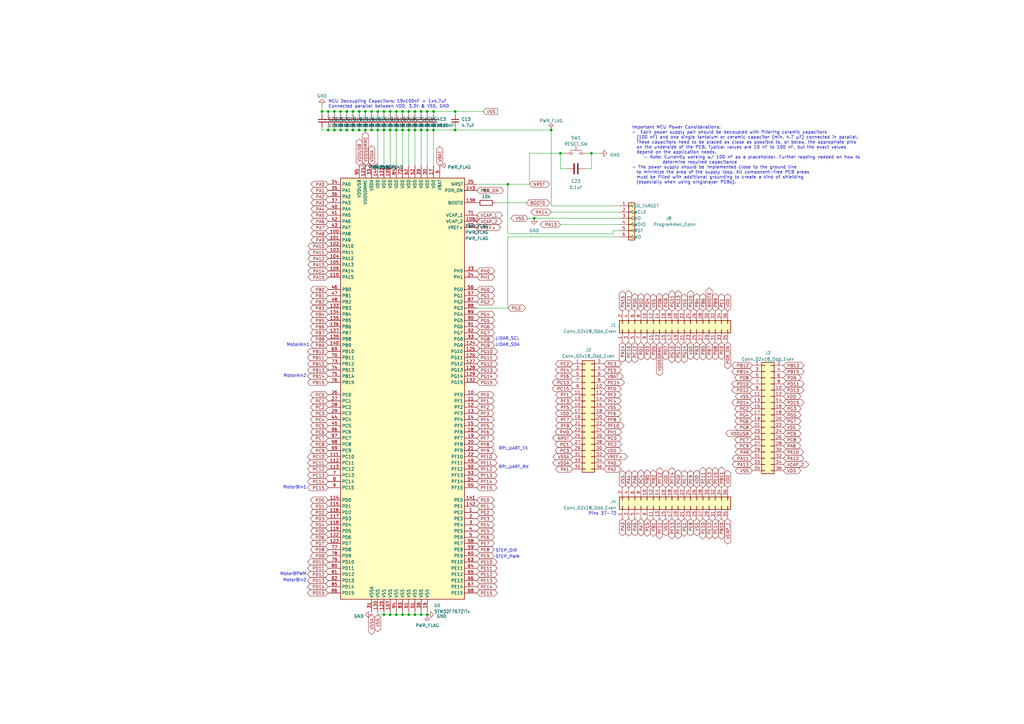
<source format=kicad_sch>
(kicad_sch (version 20230121) (generator eeschema)
  (paper "A3")
  (junction (at 152.4 45.72))
  (junction (at 172.72 45.72))
  (junction (at 144.78 53.34))
  (junction (at 162.56 45.72))
  (junction (at 229.87 62.865))
  (junction (at 152.4 53.34))
  (junction (at 142.24 53.34))
  (junction (at 147.32 53.34))
  (junction (at 134.62 45.72))
  (junction (at 157.48 53.34))
  (junction (at 137.16 45.72))
  (junction (at 167.64 252.095))
  (junction (at 139.7 53.34))
  (junction (at 160.02 53.34))
  (junction (at 175.26 252.095))
  (junction (at 167.64 45.72))
  (junction (at 167.64 53.34))
  (junction (at 165.1 252.095))
  (junction (at 149.86 45.72))
  (junction (at 162.56 252.095))
  (junction (at 175.26 45.72))
  (junction (at 170.18 45.72))
  (junction (at 242.57 62.865))
  (junction (at 219.075 89.535))
  (junction (at 177.8 53.34))
  (junction (at 147.32 45.72))
  (junction (at 186.69 45.72))
  (junction (at 160.02 252.095))
  (junction (at 165.1 53.34))
  (junction (at 226.06 53.34))
  (junction (at 139.7 45.72))
  (junction (at 137.16 53.34))
  (junction (at 170.18 53.34))
  (junction (at 132.08 45.72))
  (junction (at 154.94 45.72))
  (junction (at 208.28 75.565))
  (junction (at 157.48 252.095))
  (junction (at 134.62 53.34))
  (junction (at 154.94 53.34))
  (junction (at 142.24 45.72))
  (junction (at 165.1 45.72))
  (junction (at 157.48 45.72))
  (junction (at 172.72 53.34))
  (junction (at 170.18 252.095))
  (junction (at 160.02 45.72))
  (junction (at 186.69 53.34))
  (junction (at 177.8 45.72))
  (junction (at 162.56 53.34))
  (junction (at 175.26 53.34))
  (junction (at 144.78 45.72))
  (junction (at 172.72 252.095))
  (junction (at 149.86 53.34))
  (wire (pts (xy 208.28 95.885) (xy 208.28 75.565)))
  (wire (pts (xy 177.8 46.99) (xy 177.8 45.72)))
  (wire (pts (xy 137.16 45.72) (xy 139.7 45.72)))
  (wire (pts (xy 152.4 52.07) (xy 152.4 53.34)))
  (wire (pts (xy 229.87 62.865) (xy 229.87 69.215)))
  (wire (pts (xy 186.69 53.34) (xy 226.06 53.34)))
  (wire (pts (xy 170.18 252.095) (xy 172.72 252.095)))
  (wire (pts (xy 152.4 252.095) (xy 152.4 250.825)))
  (wire (pts (xy 251.46 95.885) (xy 251.46 94.615)))
  (wire (pts (xy 229.87 92.075) (xy 254 92.075)))
  (wire (pts (xy 154.94 53.34) (xy 154.94 67.945)))
  (wire (pts (xy 142.24 45.72) (xy 142.24 46.99)))
  (wire (pts (xy 160.02 53.34) (xy 162.56 53.34)))
  (wire (pts (xy 152.4 53.34) (xy 154.94 53.34)))
  (wire (pts (xy 167.64 53.34) (xy 170.18 53.34)))
  (wire (pts (xy 170.18 45.72) (xy 172.72 45.72)))
  (wire (pts (xy 142.24 52.07) (xy 142.24 53.34)))
  (wire (pts (xy 208.28 75.565) (xy 195.58 75.565)))
  (wire (pts (xy 170.18 53.34) (xy 172.72 53.34)))
  (wire (pts (xy 139.7 45.72) (xy 139.7 46.99)))
  (wire (pts (xy 132.08 53.34) (xy 134.62 53.34)))
  (wire (pts (xy 175.26 52.07) (xy 175.26 53.34)))
  (wire (pts (xy 242.57 69.215) (xy 242.57 62.865)))
  (wire (pts (xy 154.94 252.095) (xy 157.48 252.095)))
  (wire (pts (xy 167.64 252.095) (xy 170.18 252.095)))
  (wire (pts (xy 149.86 52.07) (xy 149.86 53.34)))
  (wire (pts (xy 170.18 52.07) (xy 170.18 53.34)))
  (wire (pts (xy 254 84.455) (xy 226.06 84.455)))
  (wire (pts (xy 219.075 89.535) (xy 254 89.535)))
  (wire (pts (xy 195.58 126.365) (xy 208.28 126.365)))
  (wire (pts (xy 157.48 53.34) (xy 157.48 67.945)))
  (wire (pts (xy 254 86.995) (xy 226.06 86.995)))
  (wire (pts (xy 132.08 52.07) (xy 132.08 53.34)))
  (wire (pts (xy 160.02 46.99) (xy 160.02 45.72)))
  (wire (pts (xy 132.08 43.18) (xy 132.08 45.72)))
  (wire (pts (xy 226.06 53.34) (xy 226.06 84.455)))
  (wire (pts (xy 137.16 52.07) (xy 137.16 53.34)))
  (wire (pts (xy 170.18 252.095) (xy 170.18 250.825)))
  (wire (pts (xy 170.18 53.34) (xy 170.18 67.945)))
  (wire (pts (xy 162.56 46.99) (xy 162.56 45.72)))
  (wire (pts (xy 162.56 252.095) (xy 165.1 252.095)))
  (wire (pts (xy 172.72 250.825) (xy 172.72 252.095)))
  (wire (pts (xy 162.56 252.095) (xy 162.56 250.825)))
  (wire (pts (xy 134.62 45.72) (xy 134.62 46.99)))
  (wire (pts (xy 217.17 62.865) (xy 217.17 75.565)))
  (wire (pts (xy 144.78 52.07) (xy 144.78 53.34)))
  (wire (pts (xy 208.28 75.565) (xy 217.17 75.565)))
  (wire (pts (xy 165.1 45.72) (xy 167.64 45.72)))
  (wire (pts (xy 242.57 62.865) (xy 246.38 62.865)))
  (wire (pts (xy 149.86 45.72) (xy 152.4 45.72)))
  (wire (pts (xy 167.64 52.07) (xy 167.64 53.34)))
  (wire (pts (xy 147.32 53.34) (xy 149.86 53.34)))
  (wire (pts (xy 175.26 45.72) (xy 177.8 45.72)))
  (wire (pts (xy 186.69 46.99) (xy 186.69 45.72)))
  (wire (pts (xy 229.87 62.865) (xy 217.17 62.865)))
  (wire (pts (xy 208.28 95.885) (xy 251.46 95.885)))
  (wire (pts (xy 139.7 45.72) (xy 142.24 45.72)))
  (wire (pts (xy 172.72 46.99) (xy 172.72 45.72)))
  (wire (pts (xy 162.56 52.07) (xy 162.56 53.34)))
  (wire (pts (xy 157.48 252.095) (xy 157.48 250.825)))
  (wire (pts (xy 177.8 53.34) (xy 177.8 67.945)))
  (wire (pts (xy 162.56 53.34) (xy 162.56 67.945)))
  (wire (pts (xy 172.72 52.07) (xy 172.72 53.34)))
  (wire (pts (xy 139.7 53.34) (xy 142.24 53.34)))
  (wire (pts (xy 208.28 126.365) (xy 208.28 97.155)))
  (wire (pts (xy 240.03 69.215) (xy 242.57 69.215)))
  (wire (pts (xy 147.32 45.72) (xy 147.32 46.99)))
  (wire (pts (xy 152.4 45.72) (xy 152.4 46.99)))
  (wire (pts (xy 137.16 45.72) (xy 137.16 46.99)))
  (wire (pts (xy 134.62 45.72) (xy 137.16 45.72)))
  (wire (pts (xy 175.26 252.095) (xy 175.26 250.825)))
  (wire (pts (xy 154.94 52.07) (xy 154.94 53.34)))
  (wire (pts (xy 137.16 53.34) (xy 139.7 53.34)))
  (wire (pts (xy 134.62 52.07) (xy 134.62 53.34)))
  (wire (pts (xy 162.56 53.34) (xy 165.1 53.34)))
  (wire (pts (xy 152.4 45.72) (xy 154.94 45.72)))
  (wire (pts (xy 172.72 53.34) (xy 172.72 67.945)))
  (wire (pts (xy 251.46 94.615) (xy 254 94.615)))
  (wire (pts (xy 167.64 252.095) (xy 167.64 250.825)))
  (wire (pts (xy 132.08 45.72) (xy 134.62 45.72)))
  (wire (pts (xy 216.535 89.535) (xy 219.075 89.535)))
  (wire (pts (xy 139.7 52.07) (xy 139.7 53.34)))
  (wire (pts (xy 241.3 62.865) (xy 242.57 62.865)))
  (wire (pts (xy 157.48 46.99) (xy 157.48 45.72)))
  (wire (pts (xy 144.78 53.34) (xy 147.32 53.34)))
  (wire (pts (xy 175.26 53.34) (xy 177.8 53.34)))
  (wire (pts (xy 162.56 45.72) (xy 165.1 45.72)))
  (wire (pts (xy 132.08 45.72) (xy 132.08 46.99)))
  (wire (pts (xy 177.8 45.72) (xy 186.69 45.72)))
  (wire (pts (xy 154.94 45.72) (xy 157.48 45.72)))
  (wire (pts (xy 147.32 45.72) (xy 149.86 45.72)))
  (wire (pts (xy 165.1 252.095) (xy 165.1 250.825)))
  (wire (pts (xy 160.02 45.72) (xy 162.56 45.72)))
  (wire (pts (xy 232.41 69.215) (xy 229.87 69.215)))
  (wire (pts (xy 165.1 46.99) (xy 165.1 45.72)))
  (wire (pts (xy 172.72 252.095) (xy 175.26 252.095)))
  (wire (pts (xy 157.48 52.07) (xy 157.48 53.34)))
  (wire (pts (xy 154.94 46.99) (xy 154.94 45.72)))
  (wire (pts (xy 177.8 52.07) (xy 177.8 53.34)))
  (wire (pts (xy 142.24 45.72) (xy 144.78 45.72)))
  (wire (pts (xy 165.1 52.07) (xy 165.1 53.34)))
  (wire (pts (xy 157.48 252.095) (xy 160.02 252.095)))
  (wire (pts (xy 144.78 45.72) (xy 144.78 46.99)))
  (wire (pts (xy 142.24 53.34) (xy 144.78 53.34)))
  (wire (pts (xy 172.72 53.34) (xy 175.26 53.34)))
  (wire (pts (xy 170.18 46.99) (xy 170.18 45.72)))
  (wire (pts (xy 157.48 45.72) (xy 160.02 45.72)))
  (wire (pts (xy 177.8 53.34) (xy 186.69 53.34)))
  (wire (pts (xy 215.9 83.185) (xy 203.2 83.185)))
  (wire (pts (xy 160.02 52.07) (xy 160.02 53.34)))
  (wire (pts (xy 167.64 53.34) (xy 167.64 67.945)))
  (wire (pts (xy 144.78 45.72) (xy 147.32 45.72)))
  (wire (pts (xy 157.48 53.34) (xy 160.02 53.34)))
  (wire (pts (xy 167.64 46.99) (xy 167.64 45.72)))
  (wire (pts (xy 149.86 45.72) (xy 149.86 46.99)))
  (wire (pts (xy 175.26 53.34) (xy 175.26 67.945)))
  (wire (pts (xy 186.69 52.07) (xy 186.69 53.34)))
  (wire (pts (xy 172.72 45.72) (xy 175.26 45.72)))
  (wire (pts (xy 165.1 252.095) (xy 167.64 252.095)))
  (wire (pts (xy 165.1 53.34) (xy 165.1 67.945)))
  (wire (pts (xy 208.28 97.155) (xy 254 97.155)))
  (wire (pts (xy 149.86 53.34) (xy 152.4 53.34)))
  (wire (pts (xy 154.94 252.095) (xy 154.94 250.825)))
  (wire (pts (xy 160.02 252.095) (xy 160.02 250.825)))
  (wire (pts (xy 160.02 252.095) (xy 162.56 252.095)))
  (wire (pts (xy 175.26 46.99) (xy 175.26 45.72)))
  (wire (pts (xy 167.64 45.72) (xy 170.18 45.72)))
  (wire (pts (xy 147.32 52.07) (xy 147.32 53.34)))
  (wire (pts (xy 160.02 53.34) (xy 160.02 67.945)))
  (wire (pts (xy 154.94 53.34) (xy 157.48 53.34)))
  (wire (pts (xy 186.69 45.72) (xy 198.12 45.72)))
  (wire (pts (xy 134.62 53.34) (xy 137.16 53.34)))
  (wire (pts (xy 165.1 53.34) (xy 167.64 53.34)))
  (wire (pts (xy 231.14 62.865) (xy 229.87 62.865)))
  (text "MotorBIn1" (at 125.73 200.66 0) (effects (font (size 1.27 1.27)) (justify right bottom)))
  (text "MotorBIn2" (at 125.73 238.76 0) (effects (font (size 1.27 1.27)) (justify right bottom)))
  (text "MCU Decoupling Capacitors: 19x100nF + 1x4.7uF \nConnected parallel between VDD, 3.3V & VSS, GND" (at 134.62 44.45 0) (effects (font (size 1.27 1.27)) (justify left bottom)))
  (text "LIDAR_SCL" (at 203.2 139.7 0) (effects (font (size 1.27 1.27)) (justify left bottom)))
  (text "MotorAIn2" (at 125.73 154.94 0) (effects (font (size 1.27 1.27)) (justify right bottom)))
  (text "RPI_UART_TX\n" (at 204.47 184.785 0) (effects (font (size 1.27 1.27)) (justify left bottom)))
  (text "STEP_PWM" (at 203.2 229.235 0) (effects (font (size 1.27 1.27)) (justify left bottom)))
  (text "Pins 37-72\n" (at 241.3 211.455 0) (effects (font (size 1.27 1.27)) (justify left bottom)))
  (text "RPI_UART_RX\n" (at 204.47 192.405 0) (effects (font (size 1.27 1.27)) (justify left bottom)))
  (text "LIDAR_SDA" (at 203.2 142.24 0) (effects (font (size 1.27 1.27)) (justify left bottom)))
  (text "STEP_DIR" (at 203.2 226.695 0) (effects (font (size 1.27 1.27)) (justify left bottom)))
  (text "MotorBPWM" (at 125.73 236.22 0) (effects (font (size 1.27 1.27)) (justify right bottom)))
  (text "Important MCU Power Considerations: \n-  Each power supply pair should be decoupled with filtering ceramic capacitors\n  (100 nF) and one single tantalum or ceramic capacitor (min. 4.7 μF) connected in parallel.\n  These capacitors need to be placed as close as possible to, or below, the appropriate pins\n  on the underside of the PCB. Typical values are 10 nF to 100 nF, but the exact values\n  depend on the application needs.\n     - Note: Currently working w/ 100 nF as a placeholder. Further reading needed on how to\n             determine required capacitance \n- The power supply should be implemented close to the ground line \n  to minimize the area of the supply loop. All component-free PCB areas \n  must be filled with additional grounding to create a kind of shielding \n  (especially when using singlelayer PCBs)." (at 259.08 75.565 0) (effects (font (size 1.27 1.27)) (justify left bottom)))
  (text "MotorAIn1" (at 127 142.24 0) (effects (font (size 1.27 1.27)) (justify right bottom)))
  (global_label "PE15" (shape bidirectional) (at 293.37 200.025 90) (property "Intersheetrefs" "${INTERSHEET_REFS}" (effects hide)))
  (global_label "PE0" (shape bidirectional) (at 295.91 140.335 270) (property "Intersheetrefs" "${INTERSHEET_REFS}" (effects hide)))
  (global_label "PA4" (shape bidirectional) (at 257.81 200.025 90) (property "Intersheetrefs" "${INTERSHEET_REFS}" (effects hide)))
  (global_label "PA9" (shape bidirectional) (at 134.62 98.425 180) (property "Intersheetrefs" "${INTERSHEET_REFS}" (effects hide)))
  (global_label "VSS" (shape bidirectional) (at 273.05 212.725 270) (property "Intersheetrefs" "${INTERSHEET_REFS}" (effects hide)))
  (global_label "PC13" (shape bidirectional) (at 234.95 156.845 180) (property "Intersheetrefs" "${INTERSHEET_REFS}" (effects hide)))
  (global_label "PA10" (shape bidirectional) (at 134.62 100.965 180) (property "Intersheetrefs" "${INTERSHEET_REFS}" (effects hide)))
  (global_label "PF9" (shape bidirectional) (at 195.58 184.785 0) (property "Intersheetrefs" "${INTERSHEET_REFS}" (effects hide)))
  (global_label "PC14" (shape bidirectional) (at 134.62 197.485 180) (property "Intersheetrefs" "${INTERSHEET_REFS}" (effects hide)))
  (global_label "PB15" (shape bidirectional) (at 321.31 152.4 0) (property "Intersheetrefs" "${INTERSHEET_REFS}" (effects hide)))
  (global_label "PD4" (shape bidirectional) (at 265.43 127.635 90) (property "Intersheetrefs" "${INTERSHEET_REFS}" (effects hide)))
  (global_label "PF8" (shape bidirectional) (at 247.65 172.085 0) (property "Intersheetrefs" "${INTERSHEET_REFS}" (effects hide)))
  (global_label "VSS" (shape input) (at 198.12 45.72 0) (property "Intersheetrefs" "${INTERSHEET_REFS}" (effects hide)))
  (global_label "PC13" (shape bidirectional) (at 134.62 194.945 180) (property "Intersheetrefs" "${INTERSHEET_REFS}" (effects hide)))
  (global_label "PG15" (shape bidirectional) (at 283.21 127.635 90) (property "Intersheetrefs" "${INTERSHEET_REFS}" (effects hide)))
  (global_label "PE9" (shape bidirectional) (at 283.21 200.025 90) (property "Intersheetrefs" "${INTERSHEET_REFS}" (effects hide)))
  (global_label "PC14" (shape bidirectional) (at 247.65 156.845 0) (property "Intersheetrefs" "${INTERSHEET_REFS}" (effects hide)))
  (global_label "PB0" (shape bidirectional) (at 265.43 200.025 90) (property "Intersheetrefs" "${INTERSHEET_REFS}" (effects hide)))
  (global_label "VSS" (shape bidirectional) (at 216.535 89.535 180) (property "Intersheetrefs" "${INTERSHEET_REFS}" (effects hide)))
  (global_label "PD5" (shape bidirectional) (at 134.62 217.805 180) (property "Intersheetrefs" "${INTERSHEET_REFS}" (effects hide)))
  (global_label "PC1" (shape bidirectional) (at 234.95 182.245 180) (property "Intersheetrefs" "${INTERSHEET_REFS}" (effects hide)))
  (global_label "PF5" (shape bidirectional) (at 234.95 167.005 180) (property "Intersheetrefs" "${INTERSHEET_REFS}" (effects hide)))
  (global_label "PC5" (shape bidirectional) (at 134.62 174.625 180) (property "Intersheetrefs" "${INTERSHEET_REFS}" (effects hide)))
  (global_label "PC4" (shape bidirectional) (at 134.62 172.085 180) (property "Intersheetrefs" "${INTERSHEET_REFS}" (effects hide)))
  (global_label "PD7" (shape bidirectional) (at 134.62 222.885 180) (property "Intersheetrefs" "${INTERSHEET_REFS}" (effects hide)))
  (global_label "PD15" (shape bidirectional) (at 321.31 165.1 0) (property "Intersheetrefs" "${INTERSHEET_REFS}" (effects hide)))
  (global_label "PC8" (shape bidirectional) (at 134.62 182.245 180) (property "Intersheetrefs" "${INTERSHEET_REFS}" (effects hide)))
  (global_label "PB2" (shape bidirectional) (at 134.62 123.825 180) (property "Intersheetrefs" "${INTERSHEET_REFS}" (effects hide)))
  (global_label "NRST" (shape bidirectional) (at 217.17 75.565 0) (property "Intersheetrefs" "${INTERSHEET_REFS}" (effects hide)))
  (global_label "PG2" (shape bidirectional) (at 195.58 123.825 0) (property "Intersheetrefs" "${INTERSHEET_REFS}" (effects hide)))
  (global_label "PF2" (shape bidirectional) (at 247.65 161.925 0) (property "Intersheetrefs" "${INTERSHEET_REFS}" (effects hide)))
  (global_label "PC10" (shape bidirectional) (at 134.62 187.325 180) (property "Intersheetrefs" "${INTERSHEET_REFS}" (effects hide)))
  (global_label "VDD" (shape bidirectional) (at 283.21 140.335 270) (property "Intersheetrefs" "${INTERSHEET_REFS}" (effects hide)))
  (global_label "PB8" (shape bidirectional) (at 293.37 140.335 270) (property "Intersheetrefs" "${INTERSHEET_REFS}" (effects hide)))
  (global_label "PA13" (shape bidirectional) (at 229.87 92.075 180) (property "Intersheetrefs" "${INTERSHEET_REFS}" (effects hide)))
  (global_label "PA0" (shape bidirectional) (at 247.65 189.865 0) (property "Intersheetrefs" "${INTERSHEET_REFS}" (effects hide)))
  (global_label "PF3" (shape bidirectional) (at 234.95 164.465 180) (property "Intersheetrefs" "${INTERSHEET_REFS}" (effects hide)))
  (global_label "PE14" (shape bidirectional) (at 293.37 212.725 270) (property "Intersheetrefs" "${INTERSHEET_REFS}" (effects hide)))
  (global_label "PA11" (shape bidirectional) (at 134.62 103.505 180) (property "Intersheetrefs" "${INTERSHEET_REFS}" (effects hide)))
  (global_label "VDDUSB" (shape bidirectional) (at 147.32 67.945 90) (property "Intersheetrefs" "${INTERSHEET_REFS}" (effects hide)))
  (global_label "PF5" (shape bidirectional) (at 195.58 174.625 0) (property "Intersheetrefs" "${INTERSHEET_REFS}" (effects hide)))
  (global_label "PF0" (shape bidirectional) (at 247.65 159.385 0) (property "Intersheetrefs" "${INTERSHEET_REFS}" (effects hide)))
  (global_label "PF11" (shape bidirectional) (at 195.58 189.865 0) (property "Intersheetrefs" "${INTERSHEET_REFS}" (effects hide)))
  (global_label "PC10" (shape bidirectional) (at 257.81 140.335 270) (property "Intersheetrefs" "${INTERSHEET_REFS}" (effects hide)))
  (global_label "PB11" (shape bidirectional) (at 295.91 200.025 90) (property "Intersheetrefs" "${INTERSHEET_REFS}" (effects hide)))
  (global_label "PA1" (shape bidirectional) (at 134.62 78.105 180) (property "Intersheetrefs" "${INTERSHEET_REFS}" (effects hide)))
  (global_label "VSS" (shape bidirectional) (at 255.27 200.025 90) (property "Intersheetrefs" "${INTERSHEET_REFS}" (effects hide)))
  (global_label "PE15" (shape bidirectional) (at 195.58 243.205 0) (property "Intersheetrefs" "${INTERSHEET_REFS}" (effects hide)))
  (global_label "PC15" (shape bidirectional) (at 234.95 159.385 180) (property "Intersheetrefs" "${INTERSHEET_REFS}" (effects hide)))
  (global_label "PF12" (shape bidirectional) (at 270.51 200.025 90) (property "Intersheetrefs" "${INTERSHEET_REFS}" (effects hide)))
  (global_label "PB8" (shape bidirectional) (at 134.62 139.065 180) (property "Intersheetrefs" "${INTERSHEET_REFS}" (effects hide)))
  (global_label "PG6" (shape bidirectional) (at 195.58 133.985 0) (property "Intersheetrefs" "${INTERSHEET_REFS}" (effects hide)))
  (global_label "PE10" (shape bidirectional) (at 195.58 230.505 0) (property "Intersheetrefs" "${INTERSHEET_REFS}" (effects hide)))
  (global_label "PC3" (shape bidirectional) (at 234.95 184.785 180) (property "Intersheetrefs" "${INTERSHEET_REFS}" (effects hide)))
  (global_label "VDDSDMMC" (shape bidirectional) (at 149.86 67.945 90) (property "Intersheetrefs" "${INTERSHEET_REFS}" (effects hide)))
  (global_label "PG15" (shape bidirectional) (at 195.58 156.845 0) (property "Intersheetrefs" "${INTERSHEET_REFS}" (effects hide)))
  (global_label "VSS" (shape bidirectional) (at 321.31 175.26 0) (property "Intersheetrefs" "${INTERSHEET_REFS}" (effects hide)))
  (global_label "PE2" (shape bidirectional) (at 195.58 210.185 0) (property "Intersheetrefs" "${INTERSHEET_REFS}" (effects hide)))
  (global_label "PA13" (shape bidirectional) (at 308.61 190.5 180) (property "Intersheetrefs" "${INTERSHEET_REFS}" (effects hide)))
  (global_label "PA15" (shape bidirectional) (at 134.62 113.665 180) (property "Intersheetrefs" "${INTERSHEET_REFS}" (effects hide)))
  (global_label "PG1" (shape bidirectional) (at 280.67 212.725 270) (property "Intersheetrefs" "${INTERSHEET_REFS}" (effects hide)))
  (global_label "VBAT" (shape bidirectional) (at 247.65 154.305 0) (property "Intersheetrefs" "${INTERSHEET_REFS}" (effects hide)))
  (global_label "PD2" (shape bidirectional) (at 262.89 127.635 90) (property "Intersheetrefs" "${INTERSHEET_REFS}" (effects hide)))
  (global_label "PG13" (shape bidirectional) (at 195.58 151.765 0) (property "Intersheetrefs" "${INTERSHEET_REFS}" (effects hide)))
  (global_label "VCAP_2" (shape bidirectional) (at 195.58 90.805 0) (property "Intersheetrefs" "${INTERSHEET_REFS}" (effects hide)))
  (global_label "VSS" (shape bidirectional) (at 267.97 127.635 90) (property "Intersheetrefs" "${INTERSHEET_REFS}" (effects hide)))
  (global_label "PG4" (shape bidirectional) (at 195.58 128.905 0) (property "Intersheetrefs" "${INTERSHEET_REFS}" (effects hide)))
  (global_label "PC8" (shape bidirectional) (at 321.31 180.34 0) (property "Intersheetrefs" "${INTERSHEET_REFS}" (effects hide)))
  (global_label "PE3" (shape bidirectional) (at 247.65 149.225 0) (property "Intersheetrefs" "${INTERSHEET_REFS}" (effects hide)))
  (global_label "PC11" (shape bidirectional) (at 257.81 127.635 90) (property "Intersheetrefs" "${INTERSHEET_REFS}" (effects hide)))
  (global_label "PB3" (shape bidirectional) (at 285.75 140.335 270) (property "Intersheetrefs" "${INTERSHEET_REFS}" (effects hide)))
  (global_label "PA15" (shape bidirectional) (at 255.27 127.635 90) (property "Intersheetrefs" "${INTERSHEET_REFS}" (effects hide)))
  (global_label "PA0" (shape bidirectional) (at 134.62 75.565 180) (property "Intersheetrefs" "${INTERSHEET_REFS}" (effects hide)))
  (global_label "VSS" (shape bidirectional) (at 308.61 162.56 180) (property "Intersheetrefs" "${INTERSHEET_REFS}" (effects hide)))
  (global_label "PD0" (shape bidirectional) (at 260.35 127.635 90) (property "Intersheetrefs" "${INTERSHEET_REFS}" (effects hide)))
  (global_label "VSS" (shape bidirectional) (at 280.67 127.635 90) (property "Intersheetrefs" "${INTERSHEET_REFS}" (effects hide)))
  (global_label "PD13" (shape bidirectional) (at 321.31 160.02 0) (property "Intersheetrefs" "${INTERSHEET_REFS}" (effects hide)))
  (global_label "PA6" (shape bidirectional) (at 134.62 90.805 180) (property "Intersheetrefs" "${INTERSHEET_REFS}" (effects hide)))
  (global_label "PD6" (shape bidirectional) (at 134.62 220.345 180) (property "Intersheetrefs" "${INTERSHEET_REFS}" (effects hide)))
  (global_label "PF14" (shape bidirectional) (at 195.58 197.485 0) (property "Intersheetrefs" "${INTERSHEET_REFS}" (effects hide)))
  (global_label "PC11" (shape bidirectional) (at 134.62 189.865 180) (property "Intersheetrefs" "${INTERSHEET_REFS}" (effects hide)))
  (global_label "PE4" (shape bidirectional) (at 195.58 215.265 0) (property "Intersheetrefs" "${INTERSHEET_REFS}" (effects hide)))
  (global_label "PG4" (shape bidirectional) (at 308.61 170.18 180) (property "Intersheetrefs" "${INTERSHEET_REFS}" (effects hide)))
  (global_label "PB3" (shape bidirectional) (at 134.62 126.365 180) (property "Intersheetrefs" "${INTERSHEET_REFS}" (effects hide)))
  (global_label "PG12" (shape bidirectional) (at 278.13 140.335 270) (property "Intersheetrefs" "${INTERSHEET_REFS}" (effects hide)))
  (global_label "PD15" (shape bidirectional) (at 134.62 243.205 180) (property "Intersheetrefs" "${INTERSHEET_REFS}" (effects hide)))
  (global_label "PG0" (shape bidirectional) (at 278.13 200.025 90) (property "Intersheetrefs" "${INTERSHEET_REFS}" (effects hide)))
  (global_label "PG9" (shape bidirectional) (at 195.58 141.605 0) (property "Intersheetrefs" "${INTERSHEET_REFS}" (effects hide)))
  (global_label "PA8" (shape bidirectional) (at 321.31 182.88 0) (property "Intersheetrefs" "${INTERSHEET_REFS}" (effects hide)))
  (global_label "PE13" (shape bidirectional) (at 290.83 200.025 90) (property "Intersheetrefs" "${INTERSHEET_REFS}" (effects hide)))
  (global_label "PG14" (shape bidirectional) (at 195.58 154.305 0) (property "Intersheetrefs" "${INTERSHEET_REFS}" (effects hide)))
  (global_label "PA12" (shape bidirectional) (at 321.31 187.96 0) (property "Intersheetrefs" "${INTERSHEET_REFS}" (effects hide)))
  (global_label "PD3" (shape bidirectional) (at 134.62 212.725 180) (property "Intersheetrefs" "${INTERSHEET_REFS}" (effects hide)))
  (global_label "PF4" (shape bidirectional) (at 195.58 172.085 0) (property "Intersheetrefs" "${INTERSHEET_REFS}" (effects hide)))
  (global_label "PE0" (shape bidirectional) (at 195.58 205.105 0) (property "Intersheetrefs" "${INTERSHEET_REFS}" (effects hide)))
  (global_label "PF15" (shape bidirectional) (at 195.58 200.025 0) (property "Intersheetrefs" "${INTERSHEET_REFS}" (effects hide)))
  (global_label "PF11" (shape bidirectional) (at 270.51 212.725 270) (property "Intersheetrefs" "${INTERSHEET_REFS}" (effects hide)))
  (global_label "PG2" (shape bidirectional) (at 308.61 167.64 180) (property "Intersheetrefs" "${INTERSHEET_REFS}" (effects hide)))
  (global_label "PA14" (shape bidirectional) (at 134.62 111.125 180) (property "Intersheetrefs" "${INTERSHEET_REFS}" (effects hide)))
  (global_label "VDD" (shape bidirectional) (at 285.75 200.025 90) (property "Intersheetrefs" "${INTERSHEET_REFS}" (effects hide)))
  (global_label "PD11" (shape bidirectional) (at 321.31 157.48 0) (property "Intersheetrefs" "${INTERSHEET_REFS}" (effects hide)))
  (global_label "PA14" (shape bidirectional) (at 255.27 140.335 270) (property "Intersheetrefs" "${INTERSHEET_REFS}" (effects hide)))
  (global_label "PB5" (shape bidirectional) (at 134.62 131.445 180) (property "Intersheetrefs" "${INTERSHEET_REFS}" (effects hide)))
  (global_label "PF1" (shape bidirectional) (at 195.58 164.465 0) (property "Intersheetrefs" "${INTERSHEET_REFS}" (effects hide)))
  (global_label "PF7" (shape bidirectional) (at 195.58 179.705 0) (property "Intersheetrefs" "${INTERSHEET_REFS}" (effects hide)))
  (global_label "PG9" (shape bidirectional) (at 273.05 127.635 90) (property "Intersheetrefs" "${INTERSHEET_REFS}" (effects hide)))
  (global_label "PF10" (shape bidirectional) (at 247.65 174.625 0) (property "Intersheetrefs" "${INTERSHEET_REFS}" (effects hide)))
  (global_label "VSS" (shape bidirectional) (at 308.61 193.04 180) (property "Intersheetrefs" "${INTERSHEET_REFS}" (effects hide)))
  (global_label "PE11" (shape bidirectional) (at 288.29 200.025 90) (property "Intersheetrefs" "${INTERSHEET_REFS}" (effects hide)))
  (global_label "PF7" (shape bidirectional) (at 234.95 172.085 180) (property "Intersheetrefs" "${INTERSHEET_REFS}" (effects hide)))
  (global_label "VREF+" (shape bidirectional) (at 247.65 187.325 0) (property "Intersheetrefs" "${INTERSHEET_REFS}" (effects hide)))
  (global_label "PD12" (shape bidirectional) (at 308.61 160.02 180) (property "Intersheetrefs" "${INTERSHEET_REFS}" (effects hide)))
  (global_label "PF15" (shape bidirectional) (at 278.13 212.725 270) (property "Intersheetrefs" "${INTERSHEET_REFS}" (effects hide)))
  (global_label "VDD" (shape bidirectional) (at 321.31 162.56 0) (property "Intersheetrefs" "${INTERSHEET_REFS}" (effects hide)))
  (global_label "PA3" (shape bidirectional) (at 134.62 83.185 180) (property "Intersheetrefs" "${INTERSHEET_REFS}" (effects hide)))
  (global_label "PE5" (shape bidirectional) (at 247.65 151.765 0) (property "Intersheetrefs" "${INTERSHEET_REFS}" (effects hide)))
  (global_label "PG11" (shape bidirectional) (at 275.59 127.635 90) (property "Intersheetrefs" "${INTERSHEET_REFS}" (effects hide)))
  (global_label "PD13" (shape bidirectional) (at 134.62 238.125 180) (property "Intersheetrefs" "${INTERSHEET_REFS}" (effects hide)))
  (global_label "PA7" (shape bidirectional) (at 134.62 93.345 180) (property "Intersheetrefs" "${INTERSHEET_REFS}" (effects hide)))
  (global_label "PE7" (shape bidirectional) (at 195.58 222.885 0) (property "Intersheetrefs" "${INTERSHEET_REFS}" (effects hide)))
  (global_label "PE12" (shape bidirectional) (at 290.83 212.725 270) (property "Intersheetrefs" "${INTERSHEET_REFS}" (effects hide)))
  (global_label "PDR_ON" (shape bidirectional) (at 298.45 140.335 270) (property "Intersheetrefs" "${INTERSHEET_REFS}" (effects hide)))
  (global_label "PB12" (shape bidirectional) (at 134.62 149.225 180) (property "Intersheetrefs" "${INTERSHEET_REFS}" (effects hide)))
  (global_label "PD11" (shape bidirectional) (at 134.62 233.045 180) (property "Intersheetrefs" "${INTERSHEET_REFS}" (effects hide)))
  (global_label "VDDA" (shape bidirectional) (at 152.4 67.945 90) (property "Intersheetrefs" "${INTERSHEET_REFS}" (effects hide)))
  (global_label "PF2" (shape bidirectional) (at 195.58 167.005 0) (property "Intersheetrefs" "${INTERSHEET_REFS}" (effects hide)))
  (global_label "PD2" (shape bidirectional) (at 134.62 210.185 180) (property "Intersheetrefs" "${INTERSHEET_REFS}" (effects hide)))
  (global_label "PE10" (shape bidirectional) (at 288.29 212.725 270) (property "Intersheetrefs" "${INTERSHEET_REFS}" (effects hide)))
  (global_label "PB12" (shape bidirectional) (at 308.61 149.86 180) (property "Intersheetrefs" "${INTERSHEET_REFS}" (effects hide)))
  (global_label "PA3" (shape bidirectional) (at 255.27 212.725 270) (property "Intersheetrefs" "${INTERSHEET_REFS}" (effects hide)))
  (global_label "PD12" (shape bidirectional) (at 134.62 235.585 180) (property "Intersheetrefs" "${INTERSHEET_REFS}" (effects hide)))
  (global_label "PB4" (shape bidirectional) (at 134.62 128.905 180) (property "Intersheetrefs" "${INTERSHEET_REFS}" (effects hide)))
  (global_label "PC7" (shape bidirectional) (at 134.62 179.705 180) (property "Intersheetrefs" "${INTERSHEET_REFS}" (effects hide)))
  (global_label "PDR_ON" (shape bidirectional) (at 195.58 78.105 0) (property "Intersheetrefs" "${INTERSHEET_REFS}" (effects hide)))
  (global_label "PE14" (shape bidirectional) (at 195.58 240.665 0) (property "Intersheetrefs" "${INTERSHEET_REFS}" (effects hide)))
  (global_label "PE13" (shape bidirectional) (at 195.58 238.125 0) (property "Intersheetrefs" "${INTERSHEET_REFS}" (effects hide)))
  (global_label "PF0" (shape bidirectional) (at 195.58 161.925 0) (property "Intersheetrefs" "${INTERSHEET_REFS}" (effects hide)))
  (global_label "PG1" (shape bidirectional) (at 195.58 121.285 0) (property "Intersheetrefs" "${INTERSHEET_REFS}" (effects hide)))
  (global_label "PA2" (shape bidirectional) (at 247.65 192.405 0) (property "Intersheetrefs" "${INTERSHEET_REFS}" (effects hide)))
  (global_label "PB7" (shape bidirectional) (at 290.83 140.335 270) (property "Intersheetrefs" "${INTERSHEET_REFS}" (effects hide)))
  (global_label "VDD" (shape bidirectional) (at 273.05 200.025 90) (property "Intersheetrefs" "${INTERSHEET_REFS}" (effects hide)))
  (global_label "PC6" (shape bidirectional) (at 321.31 177.8 0) (property "Intersheetrefs" "${INTERSHEET_REFS}" (effects hide)))
  (global_label "PG0" (shape bidirectional) (at 195.58 118.745 0) (property "Intersheetrefs" "${INTERSHEET_REFS}" (effects hide)))
  (global_label "VDD" (shape bidirectional) (at 298.45 200.025 90) (property "Intersheetrefs" "${INTERSHEET_REFS}" (effects hide)))
  (global_label "PG11" (shape bidirectional) (at 195.58 146.685 0) (property "Intersheetrefs" "${INTERSHEET_REFS}" (effects hide)))
  (global_label "PA9" (shape bidirectional) (at 308.61 185.42 180) (property "Intersheetrefs" "${INTERSHEET_REFS}" (effects hide)))
  (global_label "PA5" (shape bidirectional) (at 134.62 88.265 180) (property "Intersheetrefs" "${INTERSHEET_REFS}" (effects hide)))
  (global_label "PB14" (shape bidirectional) (at 308.61 152.4 180) (property "Intersheetrefs" "${INTERSHEET_REFS}" (effects hide)))
  (global_label "PB11" (shape bidirectional) (at 134.62 146.685 180) (property "Intersheetrefs" "${INTERSHEET_REFS}" (effects hide)))
  (global_label "PD6" (shape bidirectional) (at 270.51 127.635 90) (property "Intersheetrefs" "${INTERSHEET_REFS}" (effects hide)))
  (global_label "PA5" (shape bidirectional) (at 260.35 212.725 270) (property "Intersheetrefs" "${INTERSHEET_REFS}" (effects hide)))
  (global_label "PB6" (shape bidirectional) (at 288.29 127.635 90) (property "Intersheetrefs" "${INTERSHEET_REFS}" (effects hide)))
  (global_label "PD5" (shape bidirectional) (at 267.97 140.335 270) (property "Intersheetrefs" "${INTERSHEET_REFS}" (effects hide)))
  (global_label "VBAT" (shape bidirectional) (at 180.34 67.945 90) (property "Intersheetrefs" "${INTERSHEET_REFS}" (effects hide)))
  (global_label "PA4" (shape bidirectional) (at 134.62 85.725 180) (property "Intersheetrefs" "${INTERSHEET_REFS}" (effects hide)))
  (global_label "PA14" (shape bidirectional) (at 226.06 86.995 180) (property "Intersheetrefs" "${INTERSHEET_REFS}" (effects hide)))
  (global_label "VCAP_1" (shape bidirectional) (at 298.45 212.725 270) (property "Intersheetrefs" "${INTERSHEET_REFS}" (effects hide)))
  (global_label "PB10" (shape bidirectional) (at 134.62 144.145 180) (property "Intersheetrefs" "${INTERSHEET_REFS}" (effects hide)))
  (global_label "PA6" (shape bidirectional) (at 260.35 200.025 90) (property "Intersheetrefs" "${INTERSHEET_REFS}" (effects hide)))
  (global_label "PH1" (shape bidirectional) (at 195.58 113.665 0) (property "Intersheetrefs" "${INTERSHEET_REFS}" (effects hide)))
  (global_label "PD14" (shape bidirectional) (at 308.61 165.1 180) (property "Intersheetrefs" "${INTERSHEET_REFS}" (effects hide)))
  (global_label "PC0" (shape bidirectional) (at 134.62 161.925 180) (property "Intersheetrefs" "${INTERSHEET_REFS}" (effects hide)))
  (global_label "PD9" (shape bidirectional) (at 321.31 154.94 0) (property "Intersheetrefs" "${INTERSHEET_REFS}" (effects hide)))
  (global_label "VDD" (shape bidirectional) (at 234.95 169.545 180) (property "Intersheetrefs" "${INTERSHEET_REFS}" (effects hide)))
  (global_label "PE12" (shape bidirectional) (at 195.58 235.585 0) (property "Intersheetrefs" "${INTERSHEET_REFS}" (effects hide)))
  (global_label "VCAP_1" (shape bidirectional) (at 195.58 88.265 0) (property "Intersheetrefs" "${INTERSHEET_REFS}" (effects hide)))
  (global_label "PE6" (shape bidirectional) (at 234.95 154.305 180) (property "Intersheetrefs" "${INTERSHEET_REFS}" (effects hide)))
  (global_label "PB2" (shape bidirectional) (at 267.97 200.025 90) (property "Intersheetrefs" "${INTERSHEET_REFS}" (effects hide)))
  (global_label "PG5" (shape bidirectional) (at 321.31 170.18 0) (property "Intersheetrefs" "${INTERSHEET_REFS}" (effects hide)))
  (global_label "PC3" (shape bidirectional) (at 134.62 169.545 180) (property "Intersheetrefs" "${INTERSHEET_REFS}" (effects hide)))
  (global_label "PF4" (shape bidirectional) (at 247.65 164.465 0) (property "Intersheetrefs" "${INTERSHEET_REFS}" (effects hide)))
  (global_label "PA7" (shape bidirectional) (at 262.89 212.725 270) (property "Intersheetrefs" "${INTERSHEET_REFS}" (effects hide)))
  (global_label "PF13" (shape bidirectional) (at 195.58 194.945 0) (property "Intersheetrefs" "${INTERSHEET_REFS}" (effects hide)))
  (global_label "VSS" (shape bidirectional) (at 247.65 167.005 0) (property "Intersheetrefs" "${INTERSHEET_REFS}" (effects hide)))
  (global_label "VDD" (shape bidirectional) (at 298.45 127.635 90) (property "Intersheetrefs" "${INTERSHEET_REFS}" (effects hide)))
  (global_label "PG5" (shape bidirectional) (at 195.58 131.445 0) (property "Intersheetrefs" "${INTERSHEET_REFS}" (effects hide)))
  (global_label "PC1" (shape bidirectional) (at 134.62 164.465 180) (property "Intersheetrefs" "${INTERSHEET_REFS}" (effects hide)))
  (global_label "PC15" (shape bidirectional) (at 134.62 200.025 180) (property "Intersheetrefs" "${INTERSHEET_REFS}" (effects hide)))
  (global_label "PG3" (shape bidirectional) (at 208.28 126.365 0) (property "Intersheetrefs" "${INTERSHEET_REFS}" (effects hide)))
  (global_label "PB1" (shape bidirectional) (at 267.97 212.725 270) (property "Intersheetrefs" "${INTERSHEET_REFS}" (effects hide)))
  (global_label "PB9" (shape bidirectional) (at 293.37 127.635 90) (property "Intersheetrefs" "${INTERSHEET_REFS}" (effects hide)))
  (global_label "PF10" (shape bidirectional) (at 195.58 187.325 0) (property "Intersheetrefs" "${INTERSHEET_REFS}" (effects hide)))
  (global_label "VDD" (shape bidirectional) (at 257.81 212.725 270) (property "Intersheetrefs" "${INTERSHEET_REFS}" (effects hide)))
  (global_label "PA13" (shape bidirectional) (at 134.62 108.585 180) (property "Intersheetrefs" "${INTERSHEET_REFS}" (effects hide)))
  (global_label "PB14" (shape bidirectional) (at 134.62 154.305 180) (property "Intersheetrefs" "${INTERSHEET_REFS}" (effects hide)))
  (global_label "PD4" (shape bidirectional) (at 134.62 215.265 180) (property "Intersheetrefs" "${INTERSHEET_REFS}" (effects hide)))
  (global_label "PF6" (shape bidirectional) (at 195.58 177.165 0) (property "Intersheetrefs" "${INTERSHEET_REFS}" (effects hide)))
  (global_label "PC9" (shape bidirectional) (at 308.61 182.88 180) (property "Intersheetrefs" "${INTERSHEET_REFS}" (effects hide)))
  (global_label "PC9" (shape bidirectional) (at 134.62 184.785 180) (property "Intersheetrefs" "${INTERSHEET_REFS}" (effects hide)))
  (global_label "PC0" (shape bidirectional) (at 247.65 179.705 0) (property "Intersheetrefs" "${INTERSHEET_REFS}" (effects hide)))
  (global_label "PC6" (shape bidirectional) (at 134.62 177.165 180) (property "Intersheetrefs" "${INTERSHEET_REFS}" (effects hide)))
  (global_label "VCAP_2" (shape bidirectional) (at 321.31 190.5 0) (property "Intersheetrefs" "${INTERSHEET_REFS}" (effects hide)))
  (global_label "PE1" (shape bidirectional) (at 295.91 127.635 90) (property "Intersheetrefs" "${INTERSHEET_REFS}" (effects hide)))
  (global_label "VSS" (shape bidirectional) (at 285.75 212.725 270) (property "Intersheetrefs" "${INTERSHEET_REFS}" (effects hide)))
  (global_label "VDDUSB" (shape bidirectional) (at 308.61 177.8 180) (property "Intersheetrefs" "${INTERSHEET_REFS}" (effects hide)))
  (global_label "PB10" (shape bidirectional) (at 295.91 212.725 270) (property "Intersheetrefs" "${INTERSHEET_REFS}" (effects hide)))
  (global_label "PD3" (shape bidirectional) (at 265.43 140.335 270) (property "Intersheetrefs" "${INTERSHEET_REFS}" (effects hide)))
  (global_label "PC12" (shape bidirectional) (at 260.35 140.335 270) (property "Intersheetrefs" "${INTERSHEET_REFS}" (effects hide)))
  (global_label "PE8" (shape bidirectional) (at 283.21 212.725 270) (property "Intersheetrefs" "${INTERSHEET_REFS}" (effects hide)))
  (global_label "PA8" (shape bidirectional) (at 134.62 95.885 180) (property "Intersheetrefs" "${INTERSHEET_REFS}" (effects hide)))
  (global_label "PF13" (shape bidirectional) (at 275.59 212.725 270) (property "Intersheetrefs" "${INTERSHEET_REFS}" (effects hide)))
  (global_label "PG6" (shape bidirectional) (at 308.61 172.72 180) (property "Intersheetrefs" "${INTERSHEET_REFS}" (effects hide)))
  (global_label "PG8" (shape bidirectional) (at 308.61 175.26 180) (property "Intersheetrefs" "${INTERSHEET_REFS}" (effects hide)))
  (global_label "PG8" (shape bidirectional) (at 195.58 139.065 0) (property "Intersheetrefs" "${INTERSHEET_REFS}" (effects hide)))
  (global_label "PA12" (shape bidirectional) (at 134.62 106.045 180) (property "Intersheetrefs" "${INTERSHEET_REFS}" (effects hide)))
  (global_label "PG14" (shape bidirectional) (at 280.67 140.335 270) (property "Intersheetrefs" "${INTERSHEET_REFS}" (effects hide)))
  (global_label "PA2" (shape bidirectional) (at 134.62 80.645 180) (property "Intersheetrefs" "${INTERSHEET_REFS}" (effects hide)))
  (global_label "PF8" (shape bidirectional) (at 195.58 182.245 0) (property "Intersheetrefs" "${INTERSHEET_REFS}" (effects hide)))
  (global_label "PH0" (shape bidirectional) (at 195.58 111.125 0) (property "Intersheetrefs" "${INTERSHEET_REFS}" (effects hide)))
  (global_label "PC2" (shape bidirectional) (at 247.65 182.245 0) (property "Intersheetrefs" "${INTERSHEET_REFS}" (effects hide)))
  (global_label "PF14" (shape bidirectional) (at 275.59 200.025 90) (property "Intersheetrefs" "${INTERSHEET_REFS}" (effects hide)))
  (global_label "PE6" (shape bidirectional) (at 195.58 220.345 0) (property "Intersheetrefs" "${INTERSHEET_REFS}" (effects hide)))
  (global_label "PB13" (shape bidirectional) (at 321.31 149.86 0) (property "Intersheetrefs" "${INTERSHEET_REFS}" (effects hide)))
  (global_label "PD8" (shape bidirectional) (at 308.61 154.94 180) (property "Intersheetrefs" "${INTERSHEET_REFS}" (effects hide)))
  (global_label "PE8" (shape bidirectional) (at 195.58 225.425 0) (property "Intersheetrefs" "${INTERSHEET_REFS}" (effects hide)))
  (global_label "PB1" (shape bidirectional) (at 134.62 121.285 180) (property "Intersheetrefs" "${INTERSHEET_REFS}" (effects hide)))
  (global_label "PC7" (shape bidirectional) (at 308.61 180.34 180) (property "Intersheetrefs" "${INTERSHEET_REFS}" (effects hide)))
  (global_label "VREF+" (shape bidirectional) (at 195.58 93.345 0) (property "Intersheetrefs" "${INTERSHEET_REFS}" (effects hide)))
  (global_label "PD8" (shape bidirectional) (at 134.62 225.425 180) (property "Intersheetrefs" "${INTERSHEET_REFS}" (effects hide)))
  (global_label "PD10" (shape bidirectional) (at 134.62 230.505 180) (property "Intersheetrefs" "${INTERSHEET_REFS}" (effects hide)))
  (global_label "PE2" (shape bidirectional) (at 234.95 149.225 180) (property "Intersheetrefs" "${INTERSHEET_REFS}" (effects hide)))
  (global_label "PB4" (shape bidirectional) (at 285.75 127.635 90) (property "Intersheetrefs" "${INTERSHEET_REFS}" (effects hide)))
  (global_label "PC2" (shape bidirectional) (at 134.62 167.005 180) (property "Intersheetrefs" "${INTERSHEET_REFS}" (effects hide)))
  (global_label "PD10" (shape bidirectional) (at 308.61 157.48 180) (property "Intersheetrefs" "${INTERSHEET_REFS}" (effects hide)))
  (global_label "PA11" (shape bidirectional) (at 308.61 187.96 180) (property "Intersheetrefs" "${INTERSHEET_REFS}" (effects hide)))
  (global_label "PF3" (shape bidirectional) (at 195.58 169.545 0) (property "Intersheetrefs" "${INTERSHEET_REFS}" (effects hide)))
  (global_label "PE3" (shape bidirectional) (at 195.58 212.725 0) (property "Intersheetrefs" "${INTERSHEET_REFS}" (effects hide)))
  (global_label "PG7" (shape bidirectional) (at 195.58 136.525 0) (property "Intersheetrefs" "${INTERSHEET_REFS}" (effects hide)))
  (global_label "VSSA" (shape bidirectional) (at 152.4 252.095 270) (property "Intersheetrefs" "${INTERSHEET_REFS}" (effects hide)))
  (global_label "PE7" (shape bidirectional) (at 280.67 200.025 90) (property "Intersheetrefs" "${INTERSHEET_REFS}" (effects hide)))
  (global_label "BOOT0" (shape bidirectional) (at 290.83 127.635 90) (property "Intersheetrefs" "${INTERSHEET_REFS}" (effects hide)))
  (global_label "PE4" (shape bidirectional) (at 234.95 151.765 180) (property "Intersheetrefs" "${INTERSHEET_REFS}" (effects hide)))
  (global_label "PD0" (shape bidirectional) (at 134.62 205.105 180) (property "Intersheetrefs" "${INTERSHEET_REFS}" (effects hide)))
  (global_label "PG12" (shape bidirectional) (at 195.58 149.225 0) (property "Intersheetrefs" "${INTERSHEET_REFS}" (effects hide)))
  (global_label "PB5" (shape bidirectional) (at 288.29 140.335 270) (property "Intersheetrefs" "${INTERSHEET_REFS}" (effects hide)))
  (global_label "PD1" (shape bidirectional) (at 262.89 140.335 270) (property "Intersheetrefs" "${INTERSHEET_REFS}" (effects hide)))
  (global_label "PB0" (shape bidirectional) (at 134.62 118.745 180) (property "Intersheetrefs" "${INTERSHEET_REFS}" (effects hide)))
  (global_label "PD14" (shape bidirectional) (at 134.62 240.665 180) (property "Intersheetrefs" "${INTERSHEET_REFS}" (effects hide)))
  (global_label "PA1" (shape bidirectional) (at 234.95 192.405 180) (property "Intersheetrefs" "${INTERSHEET_REFS}" (effects hide)))
  (global_label "VDD" (shape bidirectional) (at 321.31 193.04 0) (property "Intersheetrefs" "${INTERSHEET_REFS}" (effects hide)))
  (global_label "PH1" (shape bidirectional) (at 247.65 177.165 0) (property "Intersheetrefs" "${INTERSHEET_REFS}" (effects hide)))
  (global_label "PF12" (shape bidirectional) (at 195.58 192.405 0) (property "Intersheetrefs" "${INTERSHEET_REFS}" (effects hide)))
  (global_label "PG10" (shape bidirectional) (at 275.59 140.335 270) (property "Intersheetrefs" "${INTERSHEET_REFS}" (effects hide)))
  (global_label "PD7" (shape bidirectional) (at 273.05 140.335 270) (property "Intersheetrefs" "${INTERSHEET_REFS}" (effects hide)))
  (global_label "PF9" (shape bidirectional) (at 234.95 174.625 180) (property "Intersheetrefs" "${INTERSHEET_REFS}" (effects hide)))
  (global_label "VDDA" (shape bidirectional) (at 234.95 189.865 180) (property "Intersheetrefs" "${INTERSHEET_REFS}" (effects hide)))
  (global_label "NRST" (shape bidirectional) (at 234.95 179.705 180) (property "Intersheetrefs" "${INTERSHEET_REFS}" (effects hide)))
  (global_label "PH0" (shape bidirectional) (at 234.95 177.165 180) (property "Intersheetrefs" "${INTERSHEET_REFS}" (effects hide)))
  (global_label "PB7" (shape bidirectional) (at 134.62 136.525 180) (property "Intersheetrefs" "${INTERSHEET_REFS}" (effects hide)))
  (global_label "PF6" (shape bidirectional) (at 247.65 169.545 0) (property "Intersheetrefs" "${INTERSHEET_REFS}" (effects hide)))
  (global_label "PB13" (shape bidirectional) (at 134.62 151.765 180) (property "Intersheetrefs" "${INTERSHEET_REFS}" (effects hide)))
  (global_label "PG7" (shape bidirectional) (at 321.31 172.72 0) (property "Intersheetrefs" "${INTERSHEET_REFS}" (effects hide)))
  (global_label "PG10" (shape bidirectional) (at 195.58 144.145 0) (property "Intersheetrefs" "${INTERSHEET_REFS}" (effects hide)))
  (global_label "PD9" (shape bidirectional) (at 134.62 227.965 180) (property "Intersheetrefs" "${INTERSHEET_REFS}" (effects hide)))
  (global_label "BOOT0" (shape bidirectional) (at 215.9 83.185 0) (property "Intersheetrefs" "${INTERSHEET_REFS}" (effects hide)))
  (global_label "PC12" (shape bidirectional) (at 134.62 192.405 180) (property "Intersheetrefs" "${INTERSHEET_REFS}" (effects hide)))
  (global_label "PB15" (shape bidirectional) (at 134.62 156.845 180) (property "Intersheetrefs" "${INTERSHEET_REFS}" (effects hide)))
  (global_label "PB9" (shape bidirectional) (at 134.62 141.605 180) (property "Intersheetrefs" "${INTERSHEET_REFS}" (effects hide)))
  (global_label "VSSA" (shape bidirectional) (at 234.95 187.325 180) (property "Intersheetrefs" "${INTERSHEET_REFS}" (effects hide)))
  (global_label "PE9" (shape bidirectional) (at 195.58 227.965 0) (property "Intersheetrefs" "${INTERSHEET_REFS}" (effects hide)))
  (global_label "PF1" (shape bidirectional) (at 234.95 161.925 180) (property "Intersheetrefs" "${INTERSHEET_REFS}" (effects hide)))
  (global_label "PG13" (shape bidirectional) (at 278.13 127.635 90) (property "Intersheetrefs" "${INTERSHEET_REFS}" (effects hide)))
  (global_label "PG3" (shape bidirectional) (at 321.31 167.64 0) (property "Intersheetrefs" "${INTERSHEET_REFS}" (effects hide)))
  (global_label "PE1" (shape bidirectional) (at 195.58 207.645 0) (property "Intersheetrefs" "${INTERSHEET_REFS}" (effects hide)))
  (global_label "PD1" (shape bidirectional) (at 134.62 207.645 180) (property "Intersheetrefs" "${INTERSHEET_REFS}" (effects hide)))
  (global_label "PE11" (shape bidirectional) (at 195.58 233.045 0) (property "Intersheetrefs" "${INTERSHEET_REFS}" (effects hide)))
  (global_label "VDDSDMMC" (shape bidirectional) (at 270.51 140.335 270) (property "Intersheetrefs" "${INTERSHEET_REFS}" (effects hide)))
  (global_label "PA10" (shape bidirectional) (at 321.31 185.42 0) (property "Intersheetrefs" "${INTERSHEET_REFS}" (effects hide)))
  (global_label "PC5" (shape bidirectional) (at 265.43 212.725 270) (property "Intersheetrefs" "${INTERSHEET_REFS}" (effects hide)))
  (global_label "VDD" (shape bidirectional) (at 247.65 184.785 0) (property "Intersheetrefs" "${INTERSHEET_REFS}" (effects hide)))
  (global_label "PC4" (shape bidirectional) (at 262.89 200.025 90) (property "Intersheetrefs" "${INTERSHEET_REFS}" (effects hide)))
  (global_label "VSS" (shape bidirectional) (at 154.94 252.095 270) (property "Intersheetrefs" "${INTERSHEET_REFS}" (effects hide)))
  (global_label "PB6" (shape bidirectional) (at 134.62 133.985 180) (property "Intersheetrefs" "${INTERSHEET_REFS}" (effects hide)))
  (global_label "PE5" (shape bidirectional) (at 195.58 217.805 0) (property "Intersheetrefs" "${INTERSHEET_REFS}" (effects hide)))
  (symbol (lib_id "Device:C_Small") (at 132.08 49.53 0) (unit 1)
    (property "Reference" "C22" (at 134.62 48.9013 0) (effects (justify left)))
    (property "Value" "100nF" (at 134.62 51.4413 0) (effects (justify left)))
    (property "Footprint" "Capacitor_SMD:C_1812_4532Metric_Pad1.57x3.40mm_HandSolder" (effects hide))
  )
  (symbol (lib_id "power:GND") (at 152.4 252.095 270) (unit 1)
    (property "Reference" "#PWR03" (effects hide))
    (property "Value" "GND" (at 149.225 252.73 90) (effects (justify right)))
  )
  (symbol (lib_id "Connector_Generic:Conn_02x18_Odd_Even") (at 240.03 169.545 0) (unit 1)
    (property "Reference" "J2" (at 241.3 143.51 0))
    (property "Value" "Conn_02x18_Odd_Even" (at 241.3 146.05 0))
    (property "Footprint" "Connector_PinHeader_2.54mm:PinHeader_2x18_P2.54mm_Vertical" (effects hide))
  )
  (symbol (lib_id "Device:C_Small") (at 172.72 49.53 0) (unit 1)
    (property "Reference" "C5" (at 175.26 48.9013 0) (effects (justify left)))
    (property "Value" "100nF" (at 175.26 51.4413 0) (effects (justify left)))
    (property "Footprint" "Capacitor_SMD:C_1812_4532Metric_Pad1.57x3.40mm_HandSolder" (effects hide))
  )
  (symbol (lib_id "power:PWR_FLAG") (at 152.4 67.945 270) (unit 1)
    (property "Reference" "#FLG06" (effects hide))
    (property "Value" "PWR_FLAG" (at 155.575 68.58 90) (effects (justify left)))
  )
  (symbol (lib_id "power:PWR_FLAG") (at 195.58 93.345 180) (unit 1)
    (property "Reference" "#FLG01" (effects hide))
    (property "Value" "PWR_FLAG" (at 195.58 97.79 0))
  )
  (symbol (lib_id "power:PWR_FLAG") (at 149.86 67.945 270) (unit 1)
    (property "Reference" "#FLG07" (effects hide))
    (property "Value" "PWR_FLAG" (at 153.035 68.58 90) (effects (justify left)))
  )
  (symbol (lib_id "Device:C_Small") (at 149.86 49.53 0) (unit 1)
    (property "Reference" "C15" (at 152.4 48.9013 0) (effects (justify left)))
    (property "Value" "100nF" (at 152.4 51.4413 0) (effects (justify left)))
    (property "Footprint" "Capacitor_SMD:C_1812_4532Metric_Pad1.57x3.40mm_HandSolder" (effects hide))
  )
  (symbol (lib_id "Device:C_Small") (at 139.7 49.53 0) (unit 1)
    (property "Reference" "C19" (at 142.24 48.9013 0) (effects (justify left)))
    (property "Value" "100nF" (at 142.24 51.4413 0) (effects (justify left)))
    (property "Footprint" "Capacitor_SMD:C_1812_4532Metric_Pad1.57x3.40mm_HandSolder" (effects hide))
  )
  (symbol (lib_id "Device:C_Small") (at 152.4 49.53 0) (unit 1)
    (property "Reference" "C14" (at 154.94 48.9013 0) (effects (justify left)))
    (property "Value" "100nF" (at 154.94 51.4413 0) (effects (justify left)))
    (property "Footprint" "Capacitor_SMD:C_1812_4532Metric_Pad1.57x3.40mm_HandSolder" (effects hide))
  )
  (symbol (lib_id "Device:C_Small") (at 162.56 49.53 0) (unit 1)
    (property "Reference" "C9" (at 165.1 48.9013 0) (effects (justify left)))
    (property "Value" "100nF" (at 165.1 51.4413 0) (effects (justify left)))
    (property "Footprint" "Capacitor_SMD:C_1812_4532Metric_Pad1.57x3.40mm_HandSolder" (effects hide))
  )
  (symbol (lib_id "power:PWR_FLAG") (at 195.58 90.805 180) (unit 1)
    (property "Reference" "#FLG03" (effects hide))
    (property "Value" "PWR_FLAG" (at 195.58 95.25 0))
  )
  (symbol (lib_id "Device:C_Small") (at 170.18 49.53 0) (unit 1)
    (property "Reference" "C6" (at 172.72 48.9013 0) (effects (justify left)))
    (property "Value" "100nF" (at 172.72 51.4413 0) (effects (justify left)))
    (property "Footprint" "Capacitor_SMD:C_1812_4532Metric_Pad1.57x3.40mm_HandSolder" (effects hide))
  )
  (symbol (lib_id "Device:C_Small") (at 165.1 49.53 0) (unit 1)
    (property "Reference" "C8" (at 167.64 48.9013 0) (effects (justify left)))
    (property "Value" "100nF" (at 167.64 51.4413 0) (effects (justify left)))
    (property "Footprint" "Capacitor_SMD:C_1812_4532Metric_Pad1.57x3.40mm_HandSolder" (effects hide))
  )
  (symbol (lib_id "power:PWR_FLAG") (at 195.58 88.265 180) (unit 1)
    (property "Reference" "#FLG04" (effects hide))
    (property "Value" "PWR_FLAG" (at 195.58 92.71 0))
  )
  (symbol (lib_id "Device:C_Small") (at 137.16 49.53 0) (unit 1)
    (property "Reference" "C20" (at 139.7 48.9013 0) (effects (justify left)))
    (property "Value" "100nF" (at 139.7 51.4413 0) (effects (justify left)))
    (property "Footprint" "Capacitor_SMD:C_1812_4532Metric_Pad1.57x3.40mm_HandSolder" (effects hide))
  )
  (symbol (lib_id "power:GND") (at 132.08 43.18 180) (unit 1)
    (property "Reference" "#PWR012" (effects hide))
    (property "Value" "GND" (at 132.08 39.37 0))
  )
  (symbol (lib_id "Device:C_Small") (at 144.78 49.53 0) (unit 1)
    (property "Reference" "C17" (at 147.32 48.9013 0) (effects (justify left)))
    (property "Value" "100nF" (at 147.32 51.4413 0) (effects (justify left)))
    (property "Footprint" "Capacitor_SMD:C_1812_4532Metric_Pad1.57x3.40mm_HandSolder" (effects hide))
  )
  (symbol (lib_id "power:GND") (at 219.075 89.535 0) (unit 1)
    (property "Reference" "#PWR01" (effects hide))
    (property "Value" "GND" (at 219.075 94.615 0))
  )
  (symbol (lib_id "Device:C_Small") (at 167.64 49.53 0) (unit 1)
    (property "Reference" "C7" (at 170.18 48.9013 0) (effects (justify left)))
    (property "Value" "100nF" (at 170.18 51.4413 0) (effects (justify left)))
    (property "Footprint" "Capacitor_SMD:C_1812_4532Metric_Pad1.57x3.40mm_HandSolder" (effects hide))
  )
  (symbol (lib_id "Device:C_Small") (at 177.8 49.53 0) (unit 1)
    (property "Reference" "C3" (at 180.34 48.9013 0) (effects (justify left)))
    (property "Value" "100nF" (at 180.34 51.4413 0) (effects (justify left)))
    (property "Footprint" "Capacitor_SMD:C_1812_4532Metric_Pad1.57x3.40mm_HandSolder" (effects hide))
  )
  (symbol (lib_id "Device:C_Small") (at 147.32 49.53 0) (unit 1)
    (property "Reference" "C16" (at 149.86 48.9013 0) (effects (justify left)))
    (property "Value" "100nF" (at 149.86 51.4413 0) (effects (justify left)))
    (property "Footprint" "Capacitor_SMD:C_1812_4532Metric_Pad1.57x3.40mm_HandSolder" (effects hide))
  )
  (symbol (lib_id "Connector_Generic:Conn_02x18_Odd_Even") (at 275.59 207.645 90) (unit 1)
    (property "Reference" "J4" (at 252.73 205.74 90) (effects (justify left)))
    (property "Value" "Conn_02x18_Odd_Even" (at 252.73 208.28 90) (effects (justify left)))
    (property "Footprint" "Connector_PinHeader_2.54mm:PinHeader_2x18_P2.54mm_Vertical" (effects hide))
  )
  (symbol (lib_id "Connector_Generic:Conn_02x18_Odd_Even") (at 275.59 135.255 90) (unit 1)
    (property "Reference" "J1" (at 252.73 133.35 90) (effects (justify left)))
    (property "Value" "Conn_02x18_Odd_Even" (at 252.73 135.89 90) (effects (justify left)))
    (property "Footprint" "Connector_PinHeader_2.54mm:PinHeader_2x18_P2.54mm_Vertical" (effects hide))
  )
  (symbol (lib_id "power:GND") (at 175.26 252.095 90) (unit 1)
    (property "Reference" "#PWR02" (effects hide))
    (property "Value" "GND" (at 179.07 252.73 90) (effects (justify right)))
  )
  (symbol (lib_id "finalProj:Programmer_Conn") (at 259.08 89.535 0) (unit 1)
    (property "Reference" "J8" (at 273.05 89.535 0) (effects (justify left)))
    (property "Value" "Programmer_Conn" (at 267.97 92.075 0) (effects (justify left)))
    (property "Footprint" "Connector_PinHeader_2.54mm:PinHeader_1x06_P2.54mm_Vertical" (effects hide))
  )
  (symbol (lib_id "power:PWR_FLAG") (at 226.06 53.34 0) (unit 1)
    (property "Reference" "#FLG02" (effects hide))
    (property "Value" "PWR_FLAG" (at 226.06 49.53 0))
  )
  (symbol (lib_id "Device:C_Small") (at 134.62 49.53 0) (unit 1)
    (property "Reference" "C21" (at 137.16 48.9013 0) (effects (justify left)))
    (property "Value" "100nF" (at 137.16 51.4413 0) (effects (justify left)))
    (property "Footprint" "Capacitor_SMD:C_1812_4532Metric_Pad1.57x3.40mm_HandSolder" (effects hide))
  )
  (symbol (lib_id "Connector_Generic:Conn_02x18_Odd_Even") (at 313.69 170.18 0) (unit 1)
    (property "Reference" "J3" (at 314.96 144.78 0))
    (property "Value" "Conn_02x18_Odd_Even" (at 314.96 147.32 0))
    (property "Footprint" "Connector_PinHeader_2.54mm:PinHeader_2x18_P2.54mm_Vertical" (effects hide))
  )
  (symbol (lib_id "power:PWR_FLAG") (at 180.34 67.945 270) (unit 1)
    (property "Reference" "#FLG05" (effects hide))
    (property "Value" "PWR_FLAG" (at 183.515 68.58 90) (effects (justify left)))
  )
  (symbol (lib_id "Device:C_Small") (at 157.48 49.53 0) (unit 1)
    (property "Reference" "C11" (at 160.02 48.9013 0) (effects (justify left)))
    (property "Value" "100nF" (at 160.02 51.4413 0) (effects (justify left)))
    (property "Footprint" "Capacitor_SMD:C_1812_4532Metric_Pad1.57x3.40mm_HandSolder" (effects hide))
  )
  (symbol (lib_id "MCU_ST_STM32F7:STM32F767ZITx") (at 165.1 159.385 0) (mirror y) (unit 1)
    (property "Reference" "U1" (at 178.0287 248.285 0) (effects (justify right)))
    (property "Value" "STM32F767ZITx" (at 178.0287 250.825 0) (effects (justify right)))
    (property "Footprint" "Package_QFP:LQFP-144_20x20mm_P0.5mm" (effects hide))
    (property "Datasheet" "http://www.st.com/st-web-ui/static/active/en/resource/technical/document/datasheet/DM00273119.pdf" (effects hide))
  )
  (symbol (lib_id "Device:C_Small") (at 175.26 49.53 0) (unit 1)
    (property "Reference" "C4" (at 177.8 48.9013 0) (effects (justify left)))
    (property "Value" "100nF" (at 177.8 51.4413 0) (effects (justify left)))
    (property "Footprint" "Capacitor_SMD:C_1812_4532Metric_Pad1.57x3.40mm_HandSolder" (effects hide))
  )
  (symbol (lib_id "power:GND") (at 246.38 62.865 90) (unit 1)
    (property "Reference" "#PWR013" (effects hide))
    (property "Value" "GND" (at 250.1856 63.5 90) (effects (justify right)))
  )
  (symbol (lib_id "Device:R") (at 199.39 83.185 90) (unit 1)
    (property "Reference" "R1" (at 199.39 78.105 90))
    (property "Value" "10k" (at 199.39 80.645 90))
    (property "Footprint" "Resistor_SMD:R_2816_7142Metric_Pad3.20x4.45mm_HandSolder" (effects hide))
  )
  (symbol (lib_id "Device:C_Small") (at 142.24 49.53 0) (unit 1)
    (property "Reference" "C18" (at 144.78 48.9013 0) (effects (justify left)))
    (property "Value" "100nF" (at 144.78 51.4413 0) (effects (justify left)))
    (property "Footprint" "Capacitor_SMD:C_1812_4532Metric_Pad1.57x3.40mm_HandSolder" (effects hide))
  )
  (symbol (lib_id "power:PWR_FLAG") (at 175.26 252.095 180) (unit 1)
    (property "Reference" "#FLG09" (effects hide))
    (property "Value" "PWR_FLAG" (at 175.26 256.54 0))
  )
  (symbol (lib_id "power:PWR_FLAG") (at 147.32 67.945 270) (unit 1)
    (property "Reference" "#FLG08" (effects hide))
    (property "Value" "PWR_FLAG" (at 151.13 68.58 90) (effects (justify left)))
  )
  (symbol (lib_id "Device:C_Small") (at 160.02 49.53 0) (unit 1)
    (property "Reference" "C10" (at 162.56 48.9013 0) (effects (justify left)))
    (property "Value" "100nF" (at 162.56 51.4413 0) (effects (justify left)))
    (property "Footprint" "Capacitor_SMD:C_1812_4532Metric_Pad1.57x3.40mm_HandSolder" (effects hide))
  )
  (symbol (lib_id "Switch:SW_Push") (at 236.22 62.865 0) (unit 1)
    (property "Reference" "SW1" (at 236.22 56.515 0))
    (property "Value" "RESET_SW" (at 236.22 59.055 0))
    (property "Footprint" "Button_Switch_THT:SW_PUSH_6mm" (effects hide))
  )
  (symbol (lib_id "Device:C") (at 236.22 69.215 90) (unit 1)
    (property "Reference" "C23" (at 236.22 74.295 90))
    (property "Value" "0.1uF" (at 236.22 76.835 90))
    (property "Footprint" "Capacitor_SMD:C_1812_4532Metric_Pad1.57x3.40mm_HandSolder" (effects hide))
  )
  (symbol (lib_id "Device:C_Small") (at 186.69 49.53 0) (unit 1)
    (property "Reference" "C13" (at 189.23 48.9013 0) (effects (justify left)))
    (property "Value" "4.7uF" (at 189.23 51.4413 0) (effects (justify left)))
    (property "Footprint" "Capacitor_SMD:C_1812_4532Metric_Pad1.57x3.40mm_HandSolder" (effects hide))
  )
  (symbol (lib_id "Device:C_Small") (at 154.94 49.53 0) (unit 1)
    (property "Reference" "C12" (at 157.48 48.9013 0) (effects (justify left)))
    (property "Value" "100nF" (at 157.48 51.4413 0) (effects (justify left)))
    (property "Footprint" "Capacitor_SMD:C_1812_4532Metric_Pad1.57x3.40mm_HandSolder" (effects hide))
  )
)
</source>
